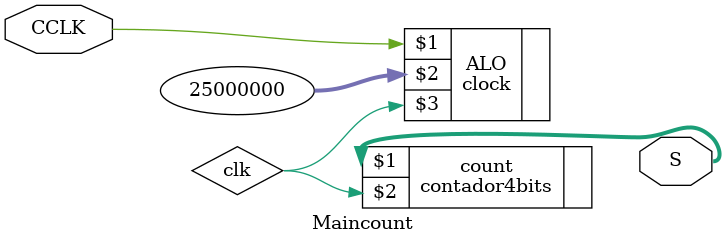
<source format=v>
module Maincount(CCLK, S);
	input CCLK;
	output [3:0] S;
	reg clk;
	clock ALO(CCLK, 25000000, clk);
	contador4bits count(S,clk);
endmodule
	
	
</source>
